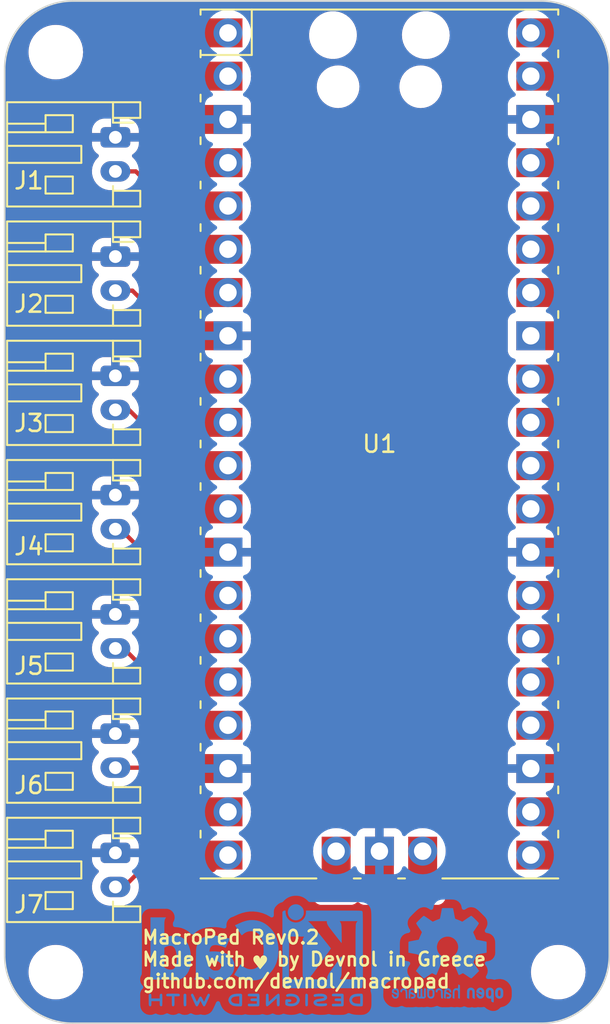
<source format=kicad_pcb>
(kicad_pcb (version 20221018) (generator pcbnew)
  (layers (0 "F.Cu" signal) (31 "B.Cu" signal) (34 "B.Paste" user) (35 "F.Paste" user) (36 "B.SilkS" user "B.Silkscreen") (37 "F.SilkS" user "F.Silkscreen") (38 "B.Mask" user) (39 "F.Mask" user) (44 "Edge.Cuts" user))
  (net 0 "")
  (net 1 "Net-(J1-Pin_2)")
  (net 2 "Net-(J2-Pin_2)")
  (net 3 "Net-(J3-Pin_2)")
  (net 4 "Net-(J4-Pin_2)")
  (net 5 "Net-(J5-Pin_2)")
  (net 6 "Net-(J6-Pin_2)")
  (net 7 "Net-(J7-Pin_2)")
  (net 10 "/GND")
  (footprint "Connector_JST:JST_PH_S2B-PH-K_1x02_P2.00mm_Horizontal" (layer "F.Cu") (at 48.5 42 -90)
    (fp_text reference "J3")
    (fp_text value "Conn_01x02_Socket" hide)
  )
  (footprint "Connector_JST:JST_PH_S2B-PH-K_1x02_P2.00mm_Horizontal" (layer "F.Cu") (at 48.5 35 -90)
    (fp_text reference "J2")
    (fp_text value "Conn_01x02_Socket" hide)
  )
  (footprint "Connector_JST:JST_PH_S2B-PH-K_1x02_P2.00mm_Horizontal" (layer "F.Cu") (at 48.5 63 -90)
    (fp_text reference "J6")
    (fp_text value "Conn_01x02_Socket" hide)
  )
  (footprint "Connector_JST:JST_PH_S2B-PH-K_1x02_P2.00mm_Horizontal" (layer "F.Cu") (at 48.5 70 -90)
    (fp_text reference "J7")
    (fp_text value "Conn_01x02_Socket" hide)
  )
  (footprint "Connector_JST:JST_PH_S2B-PH-K_1x02_P2.00mm_Horizontal" (layer "F.Cu") (at 48.5 56 -90)
    (fp_text reference "J5")
    (fp_text value "Conn_01x02_Socket" hide)
  )
  (footprint "MountingHole:MountingHole_2.7mm_M2.5_DIN965" (layer "F.Cu") (at 74.5 77)
    (fp_text reference "H3" hide)
    (fp_text value "MountingHole" hide)
  )
  (footprint "MountingHole:MountingHole_2.7mm_M2.5_DIN965" (layer "F.Cu") (at 45 77)
    (fp_text reference "H2" hide)
    (fp_text value "MountingHole" hide)
  )
  (footprint "Connector_JST:JST_PH_S2B-PH-K_1x02_P2.00mm_Horizontal" (layer "F.Cu") (at 48.5 49 -90)
    (fp_text reference "J4")
    (fp_text value "Conn_01x02_Socket" hide)
  )
  (footprint "MountingHole:MountingHole_2.7mm_M2.5_DIN965" (layer "F.Cu") (at 45 23)
    (fp_text reference "H1" hide)
    (fp_text value "MountingHole" hide)
  )
  (footprint "MCU_RaspberryPi_and_Boards:RPi_Pico_SMD_TH" (layer "F.Cu") (at 64 46)
    (fp_text reference "U1")
    (fp_text value "Pico")
  )
  (footprint "Connector_JST:JST_PH_S2B-PH-K_1x02_P2.00mm_Horizontal" (layer "F.Cu") (at 48.5 28 -90)
    (fp_text reference "J1")
    (fp_text value "Conn_01x02_Socket" hide)
  )
  (footprint "Symbol:KiCad-Logo2_5mm_Copper" (layer "B.Cu") (at 56.75 76 180)
    (fp_text reference "Logo2" hide)
    (fp_text value "KiCad-Logo2_5mm_Copper" hide)
  )
  (footprint "Symbol:OSHW-Logo2_7.3x6mm_Copper" (layer "B.Cu") (at 68 76 180)
    (fp_text reference "Logo1" hide)
    (fp_text value "OSHW-Logo2_7.3x6mm_Copper" hide)
  )
  (gr_arc (start 77.5 76) (mid 76.328427 78.828427) (end 73.5 80) (stroke (width 0.1)) (layer "Edge.Cuts"))
  (gr_line (start 42 76) (end 42 24) (stroke (width 0.1)) (layer "Edge.Cuts"))
  (gr_line (start 46 80) (end 73.5 80) (stroke (width 0.1)) (layer "Edge.Cuts"))
  (gr_line (start 77.5 76) (end 77.5 24) (stroke (width 0.1)) (layer "Edge.Cuts"))
  (gr_arc (start 46 80) (mid 43.171573 78.828427) (end 42 76) (stroke (width 0.1)) (layer "Edge.Cuts"))
  (gr_arc (start 73.5 20) (mid 76.328427 21.171573) (end 77.5 24) (stroke (width 0.1)) (layer "Edge.Cuts"))
  (gr_line (start 73.5 20) (end 46 20) (stroke (width 0.1)) (layer "Edge.Cuts"))
  (gr_arc (start 42 24) (mid 43.171573 21.171573) (end 46 20) (stroke (width 0.1)) (layer "Edge.Cuts"))
  (gr_text "MacroPed Rev0.2\nMade with  ︎ by Devnol in Greece\ngithub.com/devnol/macropad" (at 50 78) (layer "F.SilkS") (effects (font (size 0.8 0.8)) (justify left bottom)))
  (gr_text "♥︎" (at 56.5 76.5) (layer "F.SilkS") (effects (font (size 0.8 0.8)) (justify left)))
  (segment (start 48.5 30) (end 49.7 30) (width 0.25) (layer "F.Cu") (net 1))
  (segment (start 49.7 30) (end 52.135 32.435) (width 0.25) (layer "F.Cu") (net 1))
  (segment (start 52.135 48.445) (end 53.5 49.81) (width 0.25) (layer "F.Cu") (net 1))
  (segment (start 52.135 32.435) (end 52.135 48.445) (width 0.25) (layer "F.Cu") (net 1))
  (segment (start 53.5 49.81) (end 55.11 49.81) (width 0.25) (layer "F.Cu") (net 1))
  (segment (start 51.5 53) (end 53.5 54.89) (width 0.25) (layer "F.Cu") (net 2))
  (segment (start 48.8 37) (end 49.5 37) (width 0.25) (layer "F.Cu") (net 2))
  (segment (start 53.5 54.89) (end 55.11 54.89) (width 0.25) (layer "F.Cu") (net 2))
  (segment (start 49.5 37) (end 51.5 39) (width 0.25) (layer "F.Cu") (net 2))
  (segment (start 51.5 39) (end 51.5 53) (width 0.25) (layer "F.Cu") (net 2))
  (segment (start 48.8 44) (end 49.3 44) (width 0.25) (layer "F.Cu") (net 3))
  (segment (start 51 45.7) (end 51 56) (width 0.25) (layer "F.Cu") (net 3))
  (segment (start 49.3 44) (end 51 45.7) (width 0.25) (layer "F.Cu") (net 3))
  (segment (start 51 56) (end 52.43 57.43) (width 0.25) (layer "F.Cu") (net 3))
  (segment (start 52.43 57.43) (end 55.11 57.43) (width 0.25) (layer "F.Cu") (net 3))
  (segment (start 53.5 59.97) (end 55.11 59.97) (width 0.25) (layer "F.Cu") (net 4))
  (segment (start 50.2 56.67) (end 53.5 59.97) (width 0.25) (layer "F.Cu") (net 4))
  (segment (start 50.2 52.4) (end 50.2 56.67) (width 0.25) (layer "F.Cu") (net 4))
  (segment (start 48.8 51) (end 50.2 52.4) (width 0.25) (layer "F.Cu") (net 4))
  (segment (start 48.99 58) (end 53.5 62.51) (width 0.25) (layer "F.Cu") (net 5))
  (segment (start 53.5 62.51) (end 55.11 62.51) (width 0.25) (layer "F.Cu") (net 5))
  (segment (start 48.8 58) (end 48.99 58) (width 0.25) (layer "F.Cu") (net 5))
  (segment (start 48.8 65) (end 50 65) (width 0.25) (layer "F.Cu") (net 6))
  (segment (start 52.59 67.59) (end 55.11 67.59) (width 0.25) (layer "F.Cu") (net 6))
  (segment (start 50 65) (end 52.59 67.59) (width 0.25) (layer "F.Cu") (net 6))
  (segment (start 49 72) (end 50 71) (width 0.25) (layer "F.Cu") (net 7))
  (segment (start 50 71) (end 54.24 71) (width 0.25) (layer "F.Cu") (net 7))
  (segment (start 54.24 71) (end 55.11 70.13) (width 0.25) (layer "F.Cu") (net 7))
  (zone (net 10) (net_name "/GND") (layer "F.Cu") (connect_pads (clearance 0.5)) (min_thickness 0.25) (fill yes (thermal_gap 0.5) (thermal_bridge_width 0.5))
    (polygon (pts (xy 42 20) (xy 77.5 20) (xy 77.5 80) (xy 42 80)))
  )
  (zone (net 10) (net_name "/GND") (layer "B.Cu") (priority 1) (connect_pads (clearance 0.5)) (min_thickness 0.25) (fill yes (thermal_gap 0.5) (thermal_bridge_width 0.5))
    (polygon (pts (xy 42 20) (xy 77.5 20) (xy 77.5 80) (xy 42 80)))
  )
)
</source>
